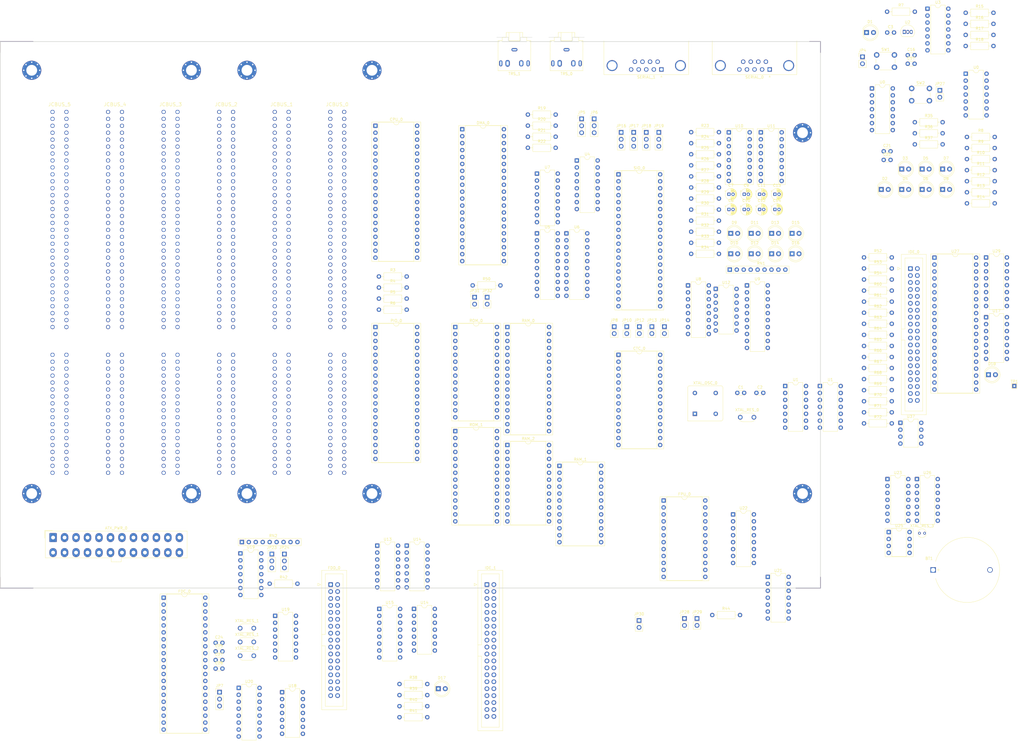
<source format=kicad_pcb>
(kicad_pcb (version 20241229) (generator "pcbnew") (generator_version "9.0")
  (title_block (title "Carbon Z80 Model 150") (date "2025-08-10") (rev "1") (company "Jules Carboni") (comment 1 "Decimal ATX Motherboard (dATX)") (comment 2 "dATX:   300×200 mm") (comment 3 "ISO A4: 297×210 mm"))
  (layers (0 "F.Cu" signal) (2 "B.Cu" signal) (13 "F.Paste" user) (15 "B.Paste" user) (5 "F.SilkS" user "F.Silkscreen") (7 "B.SilkS" user "B.Silkscreen") (1 "F.Mask" user) (3 "B.Mask" user) (25 "Edge.Cuts" user))
  (net 0 "")
  (net 383 "Net-(JP27-B)")
  (net 385 "Net-(FDC_0-CLK2)")
  (net 386 "Net-(D17-K)")
  (net 396 "GND")
  (net 397 "+3.3V")
  (net 398 "+5V")
  (net 399 "+12V")
  (net 400 "-12V")
  (net 401 "PWR_OK")
  (net 402 "-5V")
  (net 403 "PS_ON")
  (net 404 "+5VSB")
  (net 405 "Net-(C1-Pad1)")
  (net 406 "Net-(C2-Pad2)")
  (net 407 "Net-(C2-Pad1)")
  (net 408 "Net-(R2-Pad2)")
  (net 409 "BUSAK")
  (net 410 "CLK")
  (net 411 "RESET")
  (net 412 "MREQ")
  (net 413 "RFSH")
  (net 414 "NMI")
  (net 415 "INT")
  (net 416 "IORQ")
  (net 417 "M1")
  (net 418 "WAIT")
  (net 419 "HALT")
  (net 420 "RD")
  (net 421 "WR")
  (net 422 "BUSRQ")
  (net 423 "Net-(JP4-A)")
  (net 424 "Net-(D1-K)")
  (net 425 "Net-(D2-K)")
  (net 426 "CLK2")
  (net 427 "Net-(D3-K)")
  (net 428 "Net-(D4-K)")
  (net 429 "Net-(D5-K)")
  (net 430 "Net-(D6-K)")
  (net 431 "Net-(D7-K)")
  (net 432 "Net-(D8-K)")
  (net 433 "SEL_RAM")
  (net 434 "Net-(JP5-B)")
  (net 435 "Net-(JP5-A)")
  (net 436 "Net-(JP6-B)")
  (net 437 "SEL_ROM")
  (net 438 "Net-(JP6-A)")
  (net 442 "Net-(R7-Pad2)")
  (net 443 "Net-(R16-Pad2)")
  (net 444 "Net-(R17-Pad2)")
  (net 445 "MA15")
  (net 464 "MA16")
  (net 467 "MA18")
  (net 469 "MA17")
  (net 537 "Net-(C1-Pad2)")
  (net 538 "SEL_CTC")
  (net 539 "IE_1")
  (net 540 "Net-(CTC_0-CS0)")
  (net 541 "IE_0")
  (net 542 "Net-(D9-K)")
  (net 543 "Net-(D9-A)")
  (net 544 "Net-(D10-A)")
  (net 545 "Net-(D10-K)")
  (net 546 "Net-(D11-K)")
  (net 547 "Net-(D11-A)")
  (net 548 "Net-(D12-A)")
  (net 549 "Net-(D12-K)")
  (net 550 "Net-(D13-A)")
  (net 551 "Net-(D13-K)")
  (net 552 "Net-(D14-K)")
  (net 553 "Net-(D14-A)")
  (net 554 "Net-(D15-K)")
  (net 555 "Net-(D15-A)")
  (net 556 "Net-(D16-A)")
  (net 557 "Net-(D16-K)")
  (net 558 "IE_2")
  (net 559 "IE_3")
  (net 560 "CLK_768")
  (net 561 "Net-(SIO_0-C{slash}~{D})")
  (net 563 "Net-(CTC_0-ZC{slash}TO0)")
  (net 564 "Net-(CTC_0-CLK{slash}TRG0)")
  (net 565 "Net-(JP10-B)")
  (net 566 "Net-(CTC_0-CLK{slash}TRG3)")
  (net 567 "Net-(U10-C1+)")
  (net 568 "Net-(U10-C1-)")
  (net 569 "Net-(U10-C2-)")
  (net 570 "Net-(U10-C2+)")
  (net 571 "Net-(U10-VS+)")
  (net 572 "Net-(U10-VS-)")
  (net 573 "Net-(U11-C1-)")
  (net 574 "Net-(U11-C1+)")
  (net 575 "Net-(U11-C2+)")
  (net 576 "Net-(U11-C2-)")
  (net 577 "Net-(U11-VS+)")
  (net 578 "Net-(U11-VS-)")
  (net 579 "Net-(SIO_0-~{RTSB})")
  (net 580 "Net-(U11-T2I)")
  (net 581 "Net-(U11-R2O)")
  (net 582 "Net-(SIO_0-~{CTSB})")
  (net 583 "Net-(U10-T2I)")
  (net 584 "Net-(U10-R2O)")
  (net 585 "Net-(U11-R1O)")
  (net 586 "RXB")
  (net 587 "TXB")
  (net 588 "Net-(U11-T1I)")
  (net 589 "RXA")
  (net 590 "Net-(U10-R1O)")
  (net 591 "Net-(U10-T1I)")
  (net 592 "TXA")
  (net 593 "Net-(U10-R1I)")
  (net 594 "Net-(U10-T1O)")
  (net 595 "Net-(U10-T2O)")
  (net 596 "Net-(U10-R2I)")
  (net 597 "Net-(U11-R1I)")
  (net 598 "Net-(U11-T2O)")
  (net 599 "Net-(U11-T1O)")
  (net 600 "Net-(U11-R2I)")
  (net 601 "Net-(FDC_0-CLK1)")
  (net 602 "Net-(C17-Pad2)")
  (net 603 "TX")
  (net 604 "RX")
  (net 605 "RTSA")
  (net 606 "TX2")
  (net 607 "CTSA")
  (net 608 "RX2")
  (net 609 "IRQ2")
  (net 610 "IRQ7")
  (net 611 "IRQ1")
  (net 612 "IRQ5")
  (net 614 "IRQ4")
  (net 615 "IRQ3")
  (net 616 "SEL_PIO")
  (net 617 "IRQ_FPU")
  (net 618 "IRQ6")
  (net 619 "IRQ_IDE")
  (net 620 "IRQ0")
  (net 621 "Net-(PIO_0-~{M1})")
  (net 622 "IRQ_FDC")
  (net 623 "Net-(R35-Pad2)")
  (net 624 "RD_FPU")
  (net 627 "Net-(IDE_0-Pin_37)")
  (net 640 "Net-(IDE_0-Pin_39)")
  (net 642 "IDER")
  (net 645 "IDEW")
  (net 647 "Net-(IDE_0-Pin_29)")
  (net 649 "Net-(IDE_0-Pin_38)")
  (net 650 "Net-(FPU_0-CLK)")
  (net 651 "WR_FPU")
  (net 652 "Net-(JP27-A)")
  (net 653 "Net-(JP25-A)")
  (net 656 "Net-(U1-Pad10)")
  (net 657 "Net-(JP2-A)")
  (net 658 "Net-(U9-Cp)")
  (net 662 "Net-(U4B-A0)")
  (net 663 "ADDRESS")
  (net 664 "Net-(U4A-A0)")
  (net 669 "Net-(D18-K)")
  (net 670 "Net-(IDE_0-Pin_36)")
  (net 673 "Net-(IDE_0-Pin_23)")
  (net 684 "Net-(U8-~{E1})")
  (net 685 "Net-(U12-Pad3)")
  (net 686 "Net-(U13A-~{R})")
  (net 687 "Net-(U13A-Q)")
  (net 690 "Net-(U13B-Q)")
  (net 692 "Net-(U14-Pad3)")
  (net 701 "Net-(IDE_0-Pin_25)")
  (net 702 "Net-(IDE_0-Pin_35)")
  (net 703 "Net-(IDE_0-Pin_1)")
  (net 704 "Net-(IDE_0-Pin_21)")
  (net 705 "Net-(IDE_0-Pin_33)")
  (net 709 "Net-(U12-Pad10)")
  (net 710 "SEL_FDC")
  (net 711 "SEL_FPU")
  (net 712 "Net-(C21-Pad1)")
  (net 713 "Net-(C22-Pad2)")
  (net 714 "Net-(C22-Pad1)")
  (net 715 "Net-(C24-Pad1)")
  (net 716 "Net-(C25-Pad1)")
  (net 717 "Net-(C25-Pad2)")
  (net 718 "Net-(C27-Pad1)")
  (net 719 "Net-(C28-Pad2)")
  (net 720 "Net-(C28-Pad1)")
  (net 725 "CLK_FDC96")
  (net 731 "Net-(JP29-B)")
  (net 733 "Net-(JP30-B)")
  (net 734 "Net-(FPU_0-RESET)")
  (net 735 "Net-(FPU_0-~{EACK})")
  (net 736 "Net-(R46-Pad2)")
  (net 737 "Net-(R48-Pad2)")
  (net 738 "Net-(R43-Pad2)")
  (net 739 "Net-(FDC_0-~{STEP})")
  (net 740 "Net-(FDC_0-~{DS4}~{MO2})")
  (net 741 "Net-(FDC_0-~{WE})")
  (net 742 "Net-(FDC_0-~{DS3}~{MO1})")
  (net 743 "Net-(FDC_0-~{DS1})")
  (net 744 "Net-(FDC_0-~{WD})")
  (net 745 "Net-(FDC_0-RST)")
  (net 746 "Net-(FDC_0-~{HS})")
  (net 747 "Net-(FDC_0-~{TR00})")
  (net 748 "Net-(FDC_0-~{DS2})")
  (net 749 "Net-(FDC_0-WP)")
  (net 750 "Net-(FDC_0-~{RDD})")
  (net 751 "Net-(FDC_0-~{DIRC})")
  (net 752 "Net-(FDC_0-~{RPM}~{RWC})")
  (net 753 "Net-(JP7-A)")
  (net 754 "Net-(FDC_0-~{DACK})")
  (net 755 "Net-(FDC_0-~{LDCR})")
  (net 756 "Net-(FDC_0-~{LDOR})")
  (net 757 "Net-(FDC_0-TC)")
  (net 758 "Net-(FDC_0-~{CS})")
  (net 759 "Net-(FDD_0-Pin_6)")
  (net 760 "Net-(FDD_0-Pin_3)")
  (net 761 "Net-(JP23-A)")
  (net 762 "Net-(JP23-B)")
  (net 763 "Net-(JP24-A)")
  (net 768 "Net-(U5-P=R)")
  (net 776 "Net-(U6-Q4)")
  (net 781 "Net-(U6-Q1)")
  (net 783 "Net-(U6-Q3)")
  (net 785 "Net-(U6-Q2)")
  (net 787 "Net-(U20-~{Y7})")
  (net 788 "DATA")
  (net 789 "Net-(U20-~{Y1})")
  (net 796 "Net-(U21B-D)")
  (net 797 "Net-(U21A-D)")
  (net 810 "DREQ2")
  (net 812 "BUSREQ")
  (net 813 "DREQ3")
  (net 814 "BUSACK")
  (net 815 "DACK0")
  (net 816 "Net-(IDE_1-Pin_34)")
  (net 817 "DACK2")
  (net 818 "RESET2")
  (net 819 "DACK1")
  (net 820 "DREQ0")
  (net 822 "Net-(IDE_1-Pin_37)")
  (net 823 "DACK3")
  (net 824 "DREQ1")
  (net 825 "SEL_RTC")
  (net 827 "Net-(U24-Cp)")
  (net 828 "Net-(U25-I{slash}O)")
  (net 829 "Net-(BT1-+)")
  (net 830 "Net-(U24-Q3)")
  (net 831 "Net-(U25-X2)")
  (net 832 "Net-(U24-Q2)")
  (net 833 "Net-(U25-X1)")
  (net 834 "Net-(U24-Q4)")
  (net 836 "Net-(U24-Q5)")
  (net 839 "SEL_DMA")
  (net 840 "RDY")
  (net 841 "RDYA")
  (net 842 "RDYB")
  (net 843 "Net-(RAM_2-~{CS})")
  (net 844 "Net-(RAM_1-~{CS})")
  (net 864 "Net-(U1-Pad12)")
  (net 865 "Net-(U1-Pad13)")
  (net 880 "Net-(IDE_1-Pin_39)")
  (net 883 "Net-(IDE_1-Pin_23)")
  (net 886 "Net-(IDE_1-Pin_25)")
  (net 888 "Net-(IDE_1-Pin_29)")
  (net 890 "Net-(IDE_1-Pin_38)")
  (net 915 "TCB")
  (net 916 "Net-(JP35-B)")
  (net 917 "Net-(JP36-B)")
  (net 918 "Net-(U34B-~{Q})")
  (net 919 "Net-(R63-Pad1)")
  (net 920 "Net-(U37-DIS)")
  (net 921 "Net-(R65-Pad1)")
  (net 922 "Net-(C34-Pad2)")
  (net 923 "Net-(R66-Pad2)")
  (net 924 "Net-(R67-Pad1)")
  (net 925 "TAPE_IN_RAW")
  (net 926 "Net-(C35-Pad1)")
  (net 927 "Net-(U43-R2)")
  (net 928 "Net-(U43-R1)")
  (net 929 "Net-(U43-PC2)")
  (net 930 "Net-(U43-VCOin)")
  (net 931 "RCB")
  (net 932 "SEL_SIO")
  (net 935 "Net-(C34-Pad1)")
  (net 936 "Net-(JP35-A)")
  (net 940 "Net-(JP2-B)")
  (net 942 "SEL_LIO")
  (net 943 "Net-(U29-~{E1})")
  (net 944 "Net-(U15-Pad1)")
  (net 945 "Net-(U23-Pad3)")
  (net 946 "TAPE_IN")
  (net 950 "Net-(U27-PC3)")
  (net 951 "Net-(U27-PC4)")
  (net 955 "Net-(U27-PC5)")
  (net 958 "Net-(U27-PA7)")
  (net 963 "Net-(U27-PC6)")
  (net 970 "Net-(U27-PC7)")
  (net 975 "SEL_IDE")
  (net 980 "Net-(U27-RESET)")
  (net 981 "SEL_MMU")
  (net 983 "SEL_BANK")
  (net 988 "Net-(U37-THR)")
  (net 989 "Net-(JP38-B)")
  (net 990 "Net-(U37-CV)")
  (net 991 "Net-(U12-Pad8)")
  (net 992 "Net-(U12-Pad11)")
  (net 993 "Net-(U12-Pad13)")
  (footprint "Package_DIP:DIP-28_W15.24mm_Socket" (layer "F.Cu") (at 198.12 177.8)
    (property "Reference" "ROM_1")
    (property "Value" "W27C512")
  )
  (footprint "Package_DIP:DIP-40_W15.24mm_Socket" (layer "F.Cu") (at 91.44 238.76)
    (property "Reference" "FDC_0")
    (property "Value" "GM82C765B")
  )
  (footprint "Resistor_THT:R_Axial_DIN0207_L6.3mm_D2.5mm_P10.16mm_Horizontal" (layer "F.Cu") (at 284.39 100.76)
    (property "Reference" "R31")
    (property "Value" "2K2")
  )
  (footprint "Capacitor_THT:CP_Radial_D4.0mm_P1.50mm" (layer "F.Cu") (at 315.019204 96.65)
    (property "Reference" "C14")
    (property "Value" "1uF")
  )
  (footprint "Resistor_THT:R_Axial_DIN0207_L6.3mm_D2.5mm_P10.16mm_Horizontal" (layer "F.Cu") (at 385.26 82.275)
    (property "Reference" "R11")
    (property "Value" "R")
  )
  (footprint "Connector_PinHeader_2.54mm:PinHeader_1x02_P2.54mm_Vertical" (layer "F.Cu") (at 265.335 247.105)
    (property "Reference" "JP30")
    (property "Value" "FPU_CLKd4")
  )
  (footprint "Connector_PinHeader_2.54mm:PinHeader_1x02_P2.54mm_Vertical" (layer "F.Cu") (at 281.94 246.375)
    (property "Reference" "JP28")
    (property "Value" "FPU_CLKd1")
  )
  (footprint "Resistor_THT:R_Axial_DIN0207_L6.3mm_D2.5mm_P10.16mm_Horizontal" (layer "F.Cu") (at 177.7075 282.51)
    (property "Reference" "R41")
    (property "Value" "4K7")
  )
  (footprint "Carboni_Library:JC100_Bus_16b" (layer "F.Cu") (at 73.66 60.96)
    (property "Reference" "JCBUS_4")
    (property "Value" "JC100" (hide yes))
  )
  (footprint "Capacitor_THT:C_Disc_D3.0mm_W1.6mm_P2.50mm" (layer "F.Cu") (at 363.61 40.185)
    (property "Reference" "C16")
    (property "Value" "100nF")
  )
  (footprint "HOLE" (layer "F.Cu") (at 101.6048 45.72)
    (property "Reference" "")
    (property "Value" "")
  )
  (footprint "Package_DIP:DIP-14_W7.62mm" (layer "F.Cu") (at 392.26 136.11)
    (property "Reference" "U17")
    (property "Value" "74LS00")
  )
  (footprint "Capacitor_THT:CP_Radial_D4.0mm_P1.50mm" (layer "F.Cu") (at 298.204801 91.1)
    (property "Reference" "C7")
    (property "Value" "1uF")
  )
  (footprint "Package_DIP:DIP-8_W7.62mm_Socket" (layer "F.Cu") (at 356.65 214.74)
    (property "Reference" "U25")
    (property "Value" "DS1302+")
  )
  (footprint "Resistor_THT:R_Axial_DIN0207_L6.3mm_D2.5mm_P10.16mm_Horizontal" (layer "F.Cu") (at 347.61 158.76)
    (property "Reference" "R68")
    (property "Value" "1M")
  )
  (footprint "LED_THT:LED_D5.0mm" (layer "F.Cu") (at 393.14 157.14)
    (property "Reference" "D18")
    (property "Value" "BUSY_IDE")
  )
  (footprint "HOLE" (layer "F.Cu") (at 43.1848 200.66)
    (property "Reference" "")
    (property "Value" "")
  )
  (footprint "Resistor_THT:R_Axial_DIN0207_L6.3mm_D2.5mm_P10.16mm_Horizontal" (layer "F.Cu") (at 284.39 92.66)
    (property "Reference" "R29")
    (property "Value" "2K2")
  )
  (footprint "HOLE" (layer "F.Cu") (at 167.6448 45.72)
    (property "Reference" "")
    (property "Value" "")
  )
  (footprint "Resistor_THT:R_Axial_DIN0207_L6.3mm_D2.5mm_P10.16mm_Horizontal" (layer "F.Cu") (at 170.18 125.245)
    (property "Reference" "R4")
    (property "Value" "10K")
  )
  (footprint "Package_DIP:DIP-16_W7.62mm_Socket" (layer "F.Cu") (at 309.88 68.44)
    (property "Reference" "U11")
    (property "Value" "MAX232")
  )
  (footprint "LED_THT:LED_D5.0mm" (layer "F.Cu") (at 321.31 105.41)
    (property "Reference" "D15")
    (property "Value" "L2")
  )
  (footprint "Connector_PinHeader_2.54mm:PinHeader_1x02_P2.54mm_Vertical" (layer "F.Cu") (at 209.78 128.78)
    (property "Reference" "JP32")
    (property "Value" "DMA_RDYB")
  )
  (footprint "Package_DIP:DIP-16_W7.62mm" (layer "F.Cu") (at 283.24 124.46)
    (property "Reference" "U8")
    (property "Value" "74HCT138")
  )
  (footprint "Resistor_THT:R_Axial_DIN0207_L6.3mm_D2.5mm_P10.16mm_Horizontal" (layer "F.Cu") (at 224.67 74.09)
    (property "Reference" "R22")
    (property "Value" "100K")
  )
  (footprint "Package_DIP:DIP-40_W15.24mm_Socket" (layer "F.Cu") (at 168.91 66.04)
    (property "Reference" "CPU_0")
    (property "Value" "Z80CPU-DIP")
  )
  (footprint "Capacitor_THT:CP_Radial_D4.0mm_P1.50mm" (layer "F.Cu") (at 315.019204 91.1)
    (property "Reference" "C13")
    (property "Value" "1uF")
  )
  (footprint "HOLE" (layer "F.Cu") (at 325.1248 200.66)
    (property "Reference" "")
    (property "Value" "")
  )
  (footprint "Package_DIP:DIP-32_W15.24mm_Socket" (layer "F.Cu") (at 217.17 139.7)
    (property "Reference" "RAM_0")
    (property "Value" "AS6C4008")
  )
  (footprint "HOLE" (layer "F.Cu") (at 43.1848 45.72)
    (property "Reference" "")
    (property "Value" "")
  )
  (footprint "Connector_PinHeader_2.54mm:PinHeader_1x02_P2.54mm_Vertical" (layer "F.Cu") (at 286.53 246.375)
    (property "Reference" "JP29")
    (property "Value" "FPU_CLKd2")
  )
  (footprint "Resistor_THT:R_Axial_DIN0207_L6.3mm_D2.5mm_P10.16mm_Horizontal" (layer "F.Cu") (at 170.18 121.195)
    (property "Reference" "R3")
    (property "Value" "10K")
  )
  (footprint "Package_DIP:DIP-14_W7.62mm" (layer "F.Cu") (at 293.37 125.73)
    (property "Reference" "U12")
    (property "Value" "74LS00")
  )
  (footprint "LED_THT:LED_D5.0mm" (layer "F.Cu") (at 376.37 81.875)
    (property "Reference" "D7")
    (property "Value" "3.3V")
  )
  (footprint "Package_DIP:DIP-14_W7.62mm" (layer "F.Cu") (at 180.345 219.71)
    (property "Reference" "U14")
    (property "Value" "74LS32")
  )
  (footprint "Package_DIP:DIP-14_W7.62mm" (layer "F.Cu") (at 119.5225 222.54)
    (property "Reference" "U19")
    (property "Value" "74LS04")
  )
  (footprint "Button_Switch_THT:SW_PUSH_6mm" (layer "F.Cu") (at 352.24 40.105)
    (property "Reference" "SW1")
    (property "Value" "RESET")
  )
  (footprint "Crystal:Resonator-2Pin_W6.0mm_H3.0mm" (layer "F.Cu") (at 119.42 260.02)
    (property "Reference" "XTAL_RES_2")
    (property "Value" "XTAL FDC 9.6MHz")
  )
  (footprint "Connector_PinHeader_2.54mm:PinHeader_1x03_P2.54mm_Vertical" (layer "F.Cu") (at 258.79 68.44)
    (property "Reference" "JP16")
    (property "Value" "TX1")
  )
  (footprint "Package_DIP:DIP-14_W7.62mm" (layer "F.Cu") (at 350.52 52.365)
    (property "Reference" "U0")
    (property "Value" "74LS00")
  )
  (footprint "Package_DIP:DIP-14_W7.62mm" (layer "F.Cu") (at 169.565 219.71)
    (property "Reference" "U13")
    (property "Value" "74HCT74")
  )
  (footprint "Resistor_THT:R_Axial_DIN0207_L6.3mm_D2.5mm_P10.16mm_Horizontal" (layer "F.Cu") (at 284.39 68.36)
    (property "Reference" "R23")
    (property "Value" "2K2")
  )
  (footprint "Connector_PinHeader_2.54mm:PinHeader_1x02_P2.54mm_Vertical" (layer "F.Cu") (at 347.06 40.795)
    (property "Reference" "JP4")
    (property "Value" "RESET")
  )
  (footprint "LED_THT:LED_D5.0mm" (layer "F.Cu") (at 376.37 89.345)
    (property "Reference" "D8")
    (property "Value" "-5V")
  )
  (footprint "Package_DIP:DIP-20_W7.62mm" (layer "F.Cu") (at 227.985 105.41)
    (property "Reference" "U5")
    (property "Value" "74HCT688")
  )
  (footprint "Resistor_THT:R_Axial_DIN0207_L6.3mm_D2.5mm_P10.16mm_Horizontal" (layer "F.Cu") (at 170.18 133.345)
    (property "Reference" "R6")
    (property "Value" "10K")
  )
  (footprint "Connector_PinHeader_2.54mm:PinHeader_1x02_P2.54mm_Vertical" (layer "F.Cu") (at 270.02 139.56)
    (property "Reference" "JP13")
    (property "Value" "CLK_SIOB")
  )
  (footprint "Connector_PinHeader_2.54mm:PinHeader_1x03_P2.54mm_Vertical" (layer "F.Cu") (at 135.6025 222.78)
    (property "Reference" "JP24")
    (property "Value" "FDC_JP2")
  )
  (footprint "Carboni_Library:JC100_Bus_16b" (layer "F.Cu") (at 114.3 60.96)
    (property "Reference" "JCBUS_2")
    (property "Value" "JC100" (hide yes))
  )
  (footprint "Package_DIP:DIP-28_W15.24mm_Socket" (layer "F.Cu") (at 198.12 139.7)
    (property "Reference" "ROM_0")
    (property "Value" "W27C512")
  )
  (footprint "LED_THT:LED_D5.0mm" (layer "F.Cu") (at 298.87 112.88)
    (property "Reference" "D10")
    (property "Value" "L7")
  )
  (footprint "LED_THT:LED_D5.0mm" (layer "F.Cu") (at 313.83 112.88)
    (property "Reference" "D14")
    (property "Value" "L3")
  )
  (footprint "Capacitor_THT:C_Disc_D3.0mm_W1.6mm_P2.50mm" (layer "F.Cu") (at 354.82 78.525)
    (property "Reference" "C22")
    (property "Value" "100nF")
  )
  (footprint "Resistor_THT:R_Axial_DIN0207_L6.3mm_D2.5mm_P10.16mm_Horizontal" (layer "F.Cu") (at 356.05 24.285)
    (property "Reference" "R7")
    (property "Value" "R")
  )
  (footprint "Resistor_THT:R_Axial_DIN0207_L6.3mm_D2.5mm_P10.16mm_Horizontal" (layer "F.Cu") (at 384.805 32.78)
    (property "Reference" "R17")
    (property "Value" "100K")
  )
  (footprint "Resistor_THT:R_Axial_DIN0207_L6.3mm_D2.5mm_P10.16mm_Horizontal" (layer "F.Cu") (at 224.67 65.99)
    (property "Reference" "R20")
    (property "Value" "100K")
  )
  (footprint "LED_THT:LED_D5.0mm" (layer "F.Cu") (at 306.35 112.88)
    (property "Reference" "D12")
    (property "Value" "L5")
  )
  (footprint "Resistor_THT:R_Axial_DIN0207_L6.3mm_D2.5mm_P10.16mm_Horizontal" (layer "F.Cu") (at 347.61 170.91)
    (property "Reference" "R71")
    (property "Value" "22K")
  )
  (footprint "Connector_PinHeader_2.54mm:PinHeader_1x02_P2.54mm_Vertical" (layer "F.Cu") (at 265.43 139.56)
    (property "Reference" "JP12")
    (property "Value" "CTC_SIOA")
  )
  (footprint "Connector_Molex:Molex_Mini-Fit_Jr_5566-24A_2x12_P4.20mm_Vertical" (layer "F.Cu") (at 51 216.75)
    (property "Reference" "ATX_PWR_0")
    (property "Value" "Power Supply")
  )
  (footprint "Carboni_Library:JC100_Bus_16b" (layer "F.Cu") (at 134.62 60.96)
    (property "Reference" "JCBUS_1")
    (property "Value" "JC100" (hide yes))
  )
  (footprint "Capacitor_THT:CP_Radial_D4.0mm_P1.50mm" (layer "F.Cu") (at 298.204801 96.65)
    (property "Reference" "C8")
    (property "Value" "1uF")
  )
  (footprint "Connector_PinHeader_2.54mm:PinHeader_1x03_P2.54mm_Vertical" (layer "F.Cu") (at 131.0125 222.78)
    (property "Reference" "JP23")
    (property "Value" "FDC_JP1")
  )
  (footprint "Package_DIP:DIP-40_W15.24mm_Socket" (layer "F.Cu") (at 373.38 114.3)
    (property "Reference" "U27")
    (property "Value" "82C55A")
  )
  (footprint "LED_THT:LED_D5.0mm" (layer "F.Cu") (at 348.55 31.905)
    (property "Reference" "D1")
    (property "Value" "RESET")
  )
  (footprint "LED_THT:LED_D5.0mm" (layer "F.Cu") (at 361.41 89.345)
    (property "Reference" "D4")
    (property "Value" "+5V")
  )
  (footprint "Resistor_THT:R_Axial_DIN0207_L6.3mm_D2.5mm_P10.16mm_Horizontal" (layer "F.Cu") (at 284.39 72.41)
    (property "Reference" "R24")
    (property "Value" "2K2")
  )
  (footprint "Package_DIP:DIP-16_W7.62mm" (layer "F.Cu") (at 118.8975 271.78)
    (property "Reference" "U20")
    (property "Value" "74HCT138")
  )
  (footprint "Package_DIP:DIP-14_W7.62mm" (layer "F.Cu") (at 366.97 195.34)
    (property "Reference" "U26")
    (property "Value" "74AHCT125")
  )
  (footprint "Resistor_THT:R_Axial_DIN0207_L6.3mm_D2.5mm_P10.16mm_Horizontal" (layer "F.Cu") (at 385.26 70.125)
    (property "Reference" "R8")
    (property "Value" "R")
  )
  (footprint "Resistor_THT:R_Axial_DIN0207_L6.3mm_D2.5mm_P10.16mm_Horizontal" (layer "F.Cu") (at 385.26 94.425)
    (property "Reference" "R14")
    (property "Value" "R")
  )
  (footprint "Resistor_THT:R_Axial_DIN0207_L6.3mm_D2.5mm_P10.16mm_Horizontal" (layer "F.Cu") (at 284.39 108.86)
    (property "Reference" "R33")
    (property "Value" "100K")
  )
  (footprint "Package_DIP:DIP-14_W7.62mm" (layer "F.Cu") (at 356.19 195.34)
    (property "Reference" "U23")
    (property "Value" "74LS32")
  )
  (footprint "HOLE" (layer "F.Cu") (at 121.9248 45.72)
    (property "Reference" "")
    (property "Value" "")
  )
  (footprint "LED_THT:LED_D5.0mm" (layer "F.Cu") (at 306.35 105.41)
    (property "Reference" "D11")
    (property "Value" "L6")
  )
  (footprint "HOLE" (layer "F.Cu") (at 167.6448 200.66)
    (property "Reference" "")
    (property "Value" "")
  )
  (footprint "Package_DIP:DIP-16_W7.62mm" (layer "F.Cu") (at 392.26 114.23)
    (property "Reference" "U29")
    (property "Value" "74HCT138")
  )
  (footprint "Resistor_THT:R_Axial_DIN0207_L6.3mm_D2.5mm_P10.16mm_Horizontal" (layer "F.Cu") (at 347.61 150.66)
    (property "Reference" "R66")
    (property "Value" "100K")
  )
  (footprint "Package_DIP:DIP-14_W7.62mm" (layer "F.Cu") (at 183.0175 242.86)
    (property "Reference" "U14")
    (property "Value" "74LS32")
  )
  (footprint "Capacitor_THT:C_Disc_D3.0mm_W1.6mm_P2.50mm" (layer "F.Cu") (at 356.09 31.905)
    (property "Reference" "C3")
    (property "Value" "1nF")
  )
  (footprint "Package_DIP:DIP-24_W15.24mm_Socket" (layer "F.Cu") (at 274.32 203.2)
    (property "Reference" "FPU_0")
    (property "Value" "Am9511")
  )
  (footprint "Package_DIP:DIP-14_W7.62mm" (layer "F.Cu") (at 370.83 23.175)
    (property "Reference" "U3")
    (property "Value" "74AHCT125")
  )
  (footprint "Package_DIP:DIP-16_W7.62mm" (layer "F.Cu") (at 299.72 208.28)
    (property "Reference" "U22")
    (property "Value" "74LS139")
  )
  (footprint "LED_THT:LED_D5.0mm" (layer "F.Cu") (at 298.87 105.41)
    (property "Reference" "D9")
    (property "Value" "L8")
  )
  (footprint "Resistor_THT:R_Axial_DIN0207_L6.3mm_D2.5mm_P10.16mm_Horizontal" (layer "F.Cu") (at 347.61 138.51)
    (property "Reference" "R63")
    (property "Value" "5K6")
  )
  (footprint "Connector_PinHeader_2.54mm:PinHeader_1x03_P2.54mm_Vertical" (layer "F.Cu") (at 248.92 63.5)
    (property "Reference" "JP6")
    (property "Value" "ROM_SELECT")
  )
  (footprint "Resistor_THT:R_Axial_DIN0207_L6.3mm_D2.5mm_P10.16mm_Horizontal" (layer "F.Cu") (at 347.61 126.36)
    (property "Reference" "R60")
    (property "Value" "5K6")
  )
  (footprint "Connector_Audio:Jack_3.5mm_CUI_SJ1-3525N_Horizontal" (layer "F.Cu") (at 219.75 38.18 180)
    (property "Reference" "TRS_1")
    (property "Value" "TAPE_OUT")
    (fp_line (start 2.2 4.5) (end 6.5 4.5) (stroke (width 0.12)) (layer "Edge.Cuts"))
    (fp_line (start 2.2 3.5) (end 2.2 4.5) (stroke (width 0.12)) (layer "Edge.Cuts"))
    (fp_line (start 1.8 3.1) (end -1.8 3.1) (stroke (width 0.12)) (layer "Edge.Cuts"))
    (fp_line (start -2.2 4.5) (end -6.5 4.5) (stroke (width 0.12)) (layer "Edge.Cuts"))
    (fp_line (start -2.2 3.5) (end -2.2 4.5) (stroke (width 0.12)) (layer "Edge.Cuts"))
    (fp_arc (start 1.8 3.1) (mid 2.082843 3.217157) (end 2.2 3.5) (stroke (width 0.12)) (layer "Edge.Cuts"))
    (fp_arc (start -2.2 3.5) (mid -2.082842 3.217158) (end -1.8 3.1) (stroke (width 0.12)) (layer "Edge.Cuts"))
  )
  (footprint "Package_DIP:DIP-24_W15.24mm_Socket" (layer "F.Cu") (at 217.17 182.88)
    (property "Reference" "RAM_2")
    (property "Value" "IDT6116")
  )
  (footprint "LED_THT:LED_D5.0mm" (layer "F.Cu") (at 361.41 81.875)
    (property "Reference" "D3")
    (property "Value" "CLK2")
  )
  (footprint "Resistor_THT:R_Axial_DIN0207_L6.3mm_D2.5mm_P10.16mm_Horizontal" (layer "F.Cu") (at 284.39 96.71)
    (property "Reference" "R30")
    (property "Value" "2K2")
  )
  (footprint "Connector_PinHeader_2.54mm:PinHeader_1x03_P2.54mm_Vertical" (layer "F.Cu") (at 263.38 68.44)
    (property "Reference" "JP17")
    (property "Value" "RX1")
  )
  (footprint "LED_THT:LED_D5.0mm" (layer "F.Cu") (at 313.83 105.41)
    (property "Reference" "D13")
    (property "Value" "L4")
  )
  (footprint "Capacitor_THT:CP_Radial_D4.0mm_P1.50mm" (layer "F.Cu") (at 303.809602 96.65)
    (property "Reference" "C10")
    (property "Value" "1uF")
  )
  (footprint "Resistor_THT:R_Axial_DIN0207_L6.3mm_D2.5mm_P10.16mm_Horizontal" (layer "F.Cu") (at 384.805 36.83)
    (property "Reference" "R18")
    (property "Value" "4K7")
  )
  (footprint "Carboni_Library:JC100_Bus_16b" (layer "F.Cu") (at 53.34 60.96)
    (property "Reference" "JCBUS_5")
    (property "Value" "JC100" (hide yes))
  )
  (footprint "Package_DIP:DIP-8_W7.62mm" (layer "F.Cu") (at 360.93 174.74)
    (property "Reference" "U37")
    (property "Value" "LM555xN")
  )
  (footprint "Resistor_THT:R_Axial_DIN0207_L6.3mm_D2.5mm_P10.16mm_Horizontal" (layer "F.Cu") (at 366.21 72.835)
    (property "Reference" "R37")
    (property "Value" "10K")
  )
  (footprint "Resistor_THT:R_Axial_DIN0207_L6.3mm_D2.5mm_P10.16mm_Horizontal" (layer "F.Cu") (at 347.61 134.46)
    (property "Reference" "R62")
    (property "Value" "56K")
  )
  (footprint "HOLE" (layer "F.Cu") (at 121.9248 200.66)
    (property "Reference" "")
    (property "Value" "")
  )
  (footprint "Resistor_THT:R_Axial_DIN0207_L6.3mm_D2.5mm_P10.16mm_Horizontal" (layer "F.Cu") (at 347.61 154.71)
    (property "Reference" "R67")
    (property "Value" "100K")
  )
  (footprint "Carboni_Library:JC100_Bus_16b" (layer "F.Cu") (at 93.98 60.96)
    (property "Reference" "JCBUS_3")
    (property "Value" "JC100" (hide yes))
  )
  (footprint "Package_TO_SOT_THT:TO-92L_Inline" (layer "F.Cu") (at 362.35 31.685)
    (property "Reference" "U2")
    (property "Value" "DS1233")
  )
  (footprint "Resistor_THT:R_Axial_DIN0207_L6.3mm_D2.5mm_P10.16mm_Horizontal" (layer "F.Cu") (at 347.61 118.26)
    (property "Reference" "R53")
    (property "Value" "330R")
  )
  (footprint "Resistor_THT:R_Axial_DIN0207_L6.3mm_D2.5mm_P10.16mm_Horizontal" (layer "F.Cu") (at 384.805 28.73)
    (property "Reference" "R16")
    (property "Value" "10K")
  )
  (footprint "Connector_IDC:IDC-Header_2x17_P2.54mm_Vertical" (layer "F.Cu") (at 152.5375 233.97)
    (property "Reference" "FDD_0")
    (property "Value" "Floppy_IBM")
  )
  (footprint "Resistor_THT:R_Axial_DIN0207_L6.3mm_D2.5mm_P10.16mm_Horizontal" (layer "F.Cu") (at 347.61 130.41)
    (property "Reference" "R61")
    (property "Value" "560R")
  )
  (footprint "Package_DIP:DIP-28_W15.24mm_Socket" (layer "F.Cu") (at 257.81 149.86)
    (property "Reference" "CTC_0")
    (property "Value" "CTC-DIP-28")
  )
  (footprint "Capacitor_THT:C_Disc_D3.0mm_W1.6mm_P2.50mm" (layer "F.Cu") (at 363.61 43.335)
    (property "Reference" "C17")
    (property "Value" "100nF")
  )
  (footprint "Connector_IDC:IDC-Header_2x20_P2.54mm_Vertical" (layer "F.Cu") (at 209.6875 233.97)
    (property "Reference" "IDE_1")
    (property "Value" "CompactFlash")
  )
  (footprint "Resistor_THT:R_Axial_DIN0207_L6.3mm_D2.5mm_P10.16mm_Horizontal" (layer "F.Cu") (at 177.7075 270.36)
    (property "Reference" "R38")
    (property "Value" "4K7")
  )
  (footprint "LED_THT:LED_D5.0mm" (layer "F.Cu") (at 368.89 89.345)
    (property "Reference" "D6")
    (property "Value" "-12V")
  )
  (footprint "Package_DIP:DIP-14_W7.62mm" (layer "F.Cu") (at 132.2175 245.4)
    (property "Reference" "U19")
    (property "Value" "74LS04")
  )
  (footprint "Package_DIP:DIP-14_W7.62mm" (layer "F.Cu") (at 318.775 161.29)
    (property "Reference" "U1")
    (property "Value" "74LS04")
  )
  (footprint "Resistor_THT:R_Axial_DIN0207_L6.3mm_D2.5mm_P10.16mm_Horizontal" (layer "F.Cu") (at 177.7075 274.41)
    (property "Reference" "R39")
    (property "Value" "4K7")
  )
  (footprint "LED_THT:LED_D5.0mm" (layer "F.Cu") (at 353.93 89.345)
    (property "Reference" "D2")
    (property "Value" "CLK")
  )
  (footprint "Connector_PinHeader_2.54mm:PinHeader_1x02_P2.54mm_Vertical" (layer "F.Cu") (at 375.355 53.05)
    (property "Reference" "JP27")
    (property "Value" "POWER")
  )
  (footprint "Oscillator:Oscillator_DIP-8" (layer "F.Cu") (at 285.76 171.455)
    (property "Reference" "XTAL_OSC_0")
    (property "Value" "Crystal Oscillator")
  )
  (footprint "Resistor_THT:R_Axial_DIN0207_L6.3mm_D2.5mm_P10.16mm_Horizontal" (layer "F.Cu") (at 292.1 245.11)
    (property "Reference" "R44")
    (property "Value" "10K")
  )
  (footprint "Resistor_THT:R_Axial_DIN0207_L6.3mm_D2.5mm_P10.16mm_Horizontal" (layer "F.Cu") (at 385.26 90.375)
    (property "Reference" "R13")
    (property "Value" "R")
  )
  (footprint "Capacitor_THT:C_Disc_D3.0mm_W1.6mm_P2.50mm" (layer "F.Cu") (at 308.27 163.785)
    (property "Reference" "C2")
    (property "Value" "100nF")
  )
  (footprint "HOLE" (layer "F.Cu") (at 101.6048 200.66)
    (property "Reference" "")
    (property "Value" "")
  )
  (footprint "Resistor_THT:R_Axial_DIN0207_L6.3mm_D2.5mm_P10.16mm_Horizontal" (layer "F.Cu") (at 284.39 88.61)
    (property "Reference" "R28")
    (property "Value" "100K")
  )
  (footprint "Package_DIP:DIP-14_W7.62mm" (layer "F.Cu") (at 331.475 161.29)
    (property "Reference" "U1")
    (property "Value" "74LS04")
  )
  (footprint "Connector_PinHeader_2.54mm:PinHeader_1x03_P2.54mm_Vertical" (layer "F.Cu") (at 272.56 68.44)
    (property "Reference" "JP19")
    (property "Value" "RX2")
  )
  (footprint "Connector_PinHeader_2.54mm:PinHeader_1x02_P2.54mm_Vertical" (layer "F.Cu") (at 260.84 139.56)
    (property "Reference" "JP10")
    (property "Value" "CLK_SIOA")
  )
  (footprint "Resistor_THT:R_Axial_DIN0207_L6.3mm_D2.5mm_P10.16mm_Horizontal" (layer "F.Cu") (at 224.67 70.04)
    (property "Reference" "R21")
    (property "Value" "100K")
  )
  (footprint "Capacitor_THT:C_Disc_D3.0mm_W1.6mm_P2.50mm" (layer "F.Cu") (at 110.4475 264.72)
    (property "Reference" "C28")
    (property "Value" "100nF")
  )
  (footprint "HOLE" (layer "F.Cu") (at 325.1248 68.58)
    (property "Reference" "")
    (property "Value" "")
  )
  (footprint "Connector_PinHeader_2.54mm:PinHeader_1x02_P2.54mm_Vertical" (layer "F.Cu") (at 274.61 139.56)
    (property "Reference" "JP14")
    (property "Value" "CLK2_SIOB")
  )
  (footprint "Package_DIP:DIP-16_W7.62mm" (layer "F.Cu") (at 170.3175 242.86)
    (property "Reference" "U15")
    (property "Value" "74HCT138")
  )
  (footprint "TestPoint:TestPoint_THTPad_1.5x1.5mm_Drill0.7mm" (layer "F.Cu") (at 402.59 161.29)
    (property "Reference" "TP1")
    (property "Value" "TestPoint")
  )
  (footprint "Resistor_THT:R_Axial_DIN0207_L6.3mm_D2.5mm_P10.16mm_Horizontal" (layer "F.Cu") (at 347.61 114.21)
    (property "Reference" "R52")
    (property "Value" "10K")
  )
  (footprint "Connector_Dsub:DSUB-9_Pins_Horizontal_P2.77x2.84mm_EdgePinOffset7.70mm_Housed_MountingHolesOffset9.12mm" (layer "F.Cu") (at 313.11 45.425331 180)
    (property "Reference" "SERIAL_0")
    (property "Value" "DE9_Pins")
  )
  (footprint "Package_DIP:DIP-20_W7.62mm" (layer "F.Cu") (at 238.765 105.41)
    (property "Reference" "U6")
    (property "Value" "74HCT273")
  )
  (footprint "Resistor_THT:R_Axial_DIN0207_L6.3mm_D2.5mm_P10.16mm_Horizontal" (layer "F.Cu") (at 224.67 61.94)
    (property "Reference" "R19")
    (property "Value" "100K")
  )
  (footprint "Connector_IDC:IDC-Header_2x20_P2.54mm_Vertical" (layer "F.Cu") (at 364.585 118.31)
    (property "Reference" "IDE_0")
    (property "Value" "IDE_Full")
  )
  (footprint "Resistor_THT:R_Axial_DIN0207_L6.3mm_D2.5mm_P10.16mm_Horizontal" (layer "F.Cu") (at 170.18 129.295)
    (property "Reference" "R5")
    (property "Value" "10K")
  )
  (footprint "Package_DIP:DIP-14_W7.62mm" (layer "F.Cu") (at 312.425 231.145)
    (property "Reference" "U21")
    (property "Value" "74LS74")
  )
  (footprint "Resistor_THT:R_Axial_DIN0207_L6.3mm_D2.5mm_P10.16mm_Horizontal" (layer "F.Cu") (at 347.61 142.56)
    (property "Reference" "R64")
    (property "Value" "2K2")
  )
  (footprint "Resistor_THT:R_Axial_DIN0207_L6.3mm_D2.5mm_P10.16mm_Horizontal" (layer "F.Cu") (at 284.39 76.46)
    (property "Reference" "R25")
    (property "Value" "2K2")
  )
  (footprint "Battery:BatteryHolder_MYOUNG_BS-07-A1BJ001_CR2032" (layer "F.Cu") (at 372.9 228.6)
    (property "Reference" "BT1")
    (property "Value" "BATT_RTC")
  )
  (footprint "Crystal:Crystal_Round_D3.0mm_Vertical" (layer "F.Cu") (at 367.89 215.16)
    (property "Reference" "XTAL_RES_3")
    (property "Value" "XTAL RTC 32KHz")
  )
  (footprint "Package_DIP:DIP-24_W15.24mm_Socket" (layer "F.Cu") (at 236.22 190.5)
    (property "Reference" "RAM_1")
    (property "Value" "IDT6116")
  )
  (footprint "Crystal:Resonator-2Pin_W6.0mm_H3.0mm" (layer "F.Cu") (at 119.42 254.97)
    (property "Reference" "XTAL_RES_1")
    (property "Value" "XTAL FDC 16MHz")
  )
  (footprint "Package_DIP:DIP-14_W7.62mm" (layer "F.Cu") (at 384.81 46.99)
    (property "Reference" "U0")
    (property "Value" "74LS00")
  )
  (footprint "Connector_PinHeader_2.54mm:PinHeader_1x03_P2.54mm_Vertical" (layer "F.Cu") (at 111.8975 273.34)
    (property "Reference" "JP7")
    (property "Value" "ROM_WRITE")
  )
  (footprint "Package_DIP:DIP-16_W7.62mm" (layer "F.Cu") (at 242.57 78.74)
    (property "Reference" "U4")
    (property "Value" "74HCT139")
  )
  (footprint "Resistor_THT:R_Axial_DIN0207_L6.3mm_D2.5mm_P10.16mm_Horizontal" (layer "F.Cu") (at 204.47 124.46)
    (property "Reference" "R50")
    (property "Value" "100K")
  )
  (footprint "Carboni_Library:JC100_Bus_16b" (layer "F.Cu") (at 154.94 60.96)
    (property "Reference" "JCBUS_0")
    (property "Value" "JC100" (hide yes))
  )
  (footprint "Resistor_THT:R_Axial_DIN0207_L6.3mm_D2.5mm_P10.16mm_Horizontal" (layer "F.Cu") (at 347.61 162.81)
    (property "Reference" "R69")
    (property "Value" "100K")
  )
  (footprint "Package_DIP:DIP-40_W15.24mm_Socket" (layer "F.Cu") (at 168.91 139.7)
    (property "Reference" "PIO_0")
    (property "Value" "PIO-DIP-40")
  )
  (footprint "Connector_Audio:Jack_3.5mm_CUI_SJ1-3525N_Horizontal" (layer "F.Cu") (at 238.8 38.18 180)
    (property "Reference" "TRS_0")
    (property "Value" "TAPE_IN")
    (fp_line (start 2.2 4.5) (end 6.5 4.5) (stroke (width 0.12)) (layer "Edge.Cuts"))
    (fp_line (start 2.2 3.5) (end 2.2 4.5) (stroke (width 0.12)) (layer "Edge.Cuts"))
    (fp_line (start 1.8 3.1) (end -1.8 3.1) (stroke (width 0.12)) (layer "Edge.Cuts"))
    (fp_line (start -2.2 4.5) (end -6.5 4.5) (stroke (width 0.12)) (layer "Edge.Cuts"))
    (fp_line (start -2.2 3.5) (end -2.2 4.5) (stroke (width 0.12)) (layer "Edge.Cuts"))
    (fp_arc (start 1.8 3.1) (mid 2.082843 3.217157) (end 2.2 3.5) (stroke (width 0.12)) (layer "Edge.Cuts"))
    (fp_arc (start -2.2 3.5) (mid -2.082842 3.217158) (end -1.8 3.1) (stroke (width 0.12)) (layer "Edge.Cuts"))
  )
  (footprint "Package_DIP:DIP-40_W15.24mm_Socket" (layer "F.Cu") (at 200.66 67.305)
    (property "Reference" "DMA_0")
    (property "Value" "DMA-DIP-40")
  )
  (footprint "Capacitor_THT:C_Disc_D3.0mm_W1.6mm_P2.50mm" (layer "F.Cu") (at 110.4475 255.27)
    (property "Reference" "C24")
    (property "Value" "120pF")
  )
  (footprint "Resistor_THT:R_Axial_DIN0207_L6.3mm_D2.5mm_P10.16mm_Horizontal" (layer "F.Cu") (at 284.39 112.91)
    (property "Reference" "R34")
    (property "Value" "100K")
  )
  (footprint "Resistor_THT:R_Axial_DIN0207_L6.3mm_D2.5mm_P10.16mm_Horizontal" (layer "F.Cu") (at 177.7075 278.46)
    (property "Reference" "R40")
    (property "Value" "4K7")
  )
  (footprint "Package_DIP:DIP-16_W7.62mm_Socket" (layer "F.Cu") (at 298.17 68.44)
    (property "Reference" "U10")
    (property "Value" "MAX232")
  )
  (footprint "Package_DIP:DIP-14_W7.62mm" (layer "F.Cu") (at 134.7575 273.34)
    (property "Reference" "U18")
    (property "Value" "74AHCT125")
  )
  (footprint "LED_THT:LED_D5.0mm" (layer "F.Cu") (at 321.31 112.88)
    (property "Reference" "D16")
    (property "Value" "L1")
  )
  (footprint "Resistor_THT:R_Axial_DIN0207_L6.3mm_D2.5mm_P10.16mm_Horizontal" (layer "F.Cu") (at 284.39 84.56)
    (property "Reference" "R27")
    (property "Value" "100K")
  )
  (footprint "Connector_Dsub:DSUB-9_Pins_Horizontal_P2.77x2.84mm_EdgePinOffset7.70mm_Housed_MountingHolesOffset9.12mm" (layer "F.Cu") (at 273.51 45.425331 180)
    (property "Reference" "SERIAL_1")
    (property "Value" "DE9_Pins")
  )
  (footprint "Resistor_THT:R_Axial_DIN0207_L6.3mm_D2.5mm_P10.16mm_Horizontal" (layer "F.Cu") (at 385.26 86.325)
    (property "Reference" "R12")
    (property "Value" "R")
  )
  (footprint "Connector_PinHeader_2.54mm:PinHeader_1x02_P2.54mm_Vertical" (layer "F.Cu") (at 205.19 128.78)
    (property "Reference" "JP31")
    (property "Value" "DMA_RDYA")
  )
  (footprint "Capacitor_THT:C_Disc_D3.0mm_W1.6mm_P2.50mm" (layer "F.Cu") (at 354.82 75.375)
    (property "Reference" "C21")
    (property "Value" "120pF")
  )
  (footprint "Capacitor_THT:CP_Radial_D4.0mm_P1.50mm" (layer "F.Cu") (at 309.414403 96.65)
    (property "Reference" "C12")
    (property "Value" "1uF")
  )
  (footprint "Resistor_THT:R_Array_SIP9" (layer "F.Cu") (at 298.53 118.7)
    (property "Reference" "RN1")
    (property "Value" "1K")
  )
  (footprint "Connector_PinHeader_2.54mm:PinHeader_1x03_P2.54mm_Vertical" (layer "F.Cu") (at 244.33 63.5)
    (property "Reference" "JP5")
    (property "Value" "RAM_SELECT")
  )
  (footprint "Capacitor_THT:C_Disc_D3.0mm_W1.6mm_P2.50mm" (layer "F.Cu") (at 301.27 163.785)
    (property "Reference" "C1")
    (property "Value" "120pF")
  )
  (footprint "Resistor_THT:R_Axial_DIN0207_L6.3mm_D2.5mm_P10.16mm_Horizontal" (layer "F.Cu") (at 130.2225 233.64)
    (property "Reference" "R42")
    (property "Value" "1K")
  )
  (footprint "Resistor_THT:R_Axial_DIN0207_L6.3mm_D2.5mm_P10.16mm_Horizontal" (layer "F.Cu") (at 385.26 78.225)
    (property "Reference" "R10")
    (property "Value" "R")
  )
  (footprint "Package_DIP:DIP-20_W7.62mm" (layer "F.Cu") (at 304.8 124.46)
    (property "Reference" "U9")
    (property "Value" "74HCT273")
  )
  (footprint "Capacitor_THT:CP_Radial_D4.0mm_P1.50mm" (layer "F.Cu") (at 303.809602 91.1)
    (property "Reference" "C9")
    (property "Value" "1uF")
  )
  (footprint "Resistor_THT:R_Axial_DIN0207_L6.3mm_D2.5mm_P10.16mm_Horizontal" (layer "F.Cu") (at 284.39 80.51)
    (property "Reference" "R26")
    (property "Value" "2K2")
  )
  (footprint "LED_THT:LED_D5.0mm" (layer "F.Cu") (at 191.9075 272.07)
    (property "Reference" "D17")
    (property "Value" "BUSY_CF")
  )
  (footprint "Resistor_THT:R_Axial_DIN0207_L6.3mm_D2.5mm_P10.16mm_Horizontal" (layer "F.Cu") (at 284.39 104.81)
    (property "Reference" "R32")
    (property "Value" "2K2")
  )
  (footprint "Resistor_THT:R_Axial_DIN0207_L6.3mm_D2.5mm_P10.16mm_Horizontal" (layer "F.Cu") (at 366.21 68.785)
    (property "Reference" "R36")
    (property "Value" "1K")
  )
  (footprint "Resistor_THT:R_Axial_DIN0207_L6.3mm_D2.5mm_P10.16mm_Horizontal" (layer "F.Cu") (at 347.61 146.61)
    (property "Reference" "R65")
    (property "Value" "20K")
  )
  (footprint "LED_THT:LED_D5.0mm" (layer "F.Cu") (at 368.89 81.875)
    (property "Reference" "D5")
    (property "Value" "+12V")
  )
  (footprint "Resistor_THT:R_Array_SIP9" (layer "F.Cu") (at 120.0625 218.4)
    (property "Reference" "RN2")
    (property "Value" "10K")
  )
  (footprint "Resistor_THT:R_Axial_DIN0207_L6.3mm_D2.5mm_P10.16mm_Horizontal" (layer "F.Cu") (at 347.61 174.96)
    (property "Reference" "R72")
    (property "Value" "390K")
  )
  (footprint "Resistor_THT:R_Axial_DIN0207_L6.3mm_D2.5mm_P10.16mm_Horizontal" (layer "F.Cu") (at 366.21 64.735)
    (property "Reference" "R35")
    (property "Value" "100K")
  )
  (footprint "Resistor_THT:R_Axial_DIN0207_L6.3mm_D2.5mm_P10.16mm_Horizontal" (layer "F.Cu") (at 347.61 166.86)
    (property "Reference" "R70")
    (property "Value" "390K")
  )
  (footprint "Package_DIP:DIP-40_W15.24mm_Socket" (layer "F.Cu") (at 257.81 83.82)
    (property "Reference" "SIO_0")
    (property "Value" "SIO2-DIP-40")
  )
  (footprint "Button_Switch_THT:SW_PUSH_6mm" (layer "F.Cu") (at 365.045 52.36)
    (property "Reference" "SW2")
    (property "Value" "POWER")
  )
  (footprint "Crystal:Resonator-2Pin_W6.0mm_H3.0mm" (layer "F.Cu") (at 119.42 249.92)
    (property "Reference" "XTAL_RES_1")
    (property "Value" "Crystal Resonator")
  )
  (footprint "Connector_PinHeader_2.54mm:PinHeader_1x03_P2.54mm_Vertical" (layer "F.Cu") (at 267.97 68.44)
    (property "Reference" "JP18")
    (property "Value" "TX2")
  )
  (footprint "Capacitor_THT:CP_Radial_D4.0mm_P1.50mm" (layer "F.Cu") (at 309.414403 91.1)
    (property "Reference" "C11")
    (property "Value" "1uF")
  )
  (footprint "Connector_PinHeader_2.54mm:PinHeader_1x02_P2.54mm_Vertical" (layer "F.Cu") (at 256.25 139.56)
    (property "Reference" "JP8")
    (property "Value" "CLK_CTC")
  )
  (footprint "Resistor_THT:R_Axial_DIN0207_L6.3mm_D2.5mm_P10.16mm_Horizontal" (layer "F.Cu") (at 385.26 74.175)
    (property "Reference" "R9")
    (property "Value" "R")
  )
  (footprint "Resistor_THT:R_Axial_DIN0207_L6.3mm_D2.5mm_P10.16mm_Horizontal" (layer "F.Cu") (at 384.805 24.68)
    (property "Reference" "R15")
    (property "Value" "4K7")
  )
  (footprint "Crystal:Resonator-2Pin_W6.0mm_H3.0mm" (layer "F.Cu") (at 302.35 172.725)
    (property "Reference" "XTAL_RES_0")
    (property "Value" "Crystal Resonator")
  )
  (footprint "Package_DIP:DIP-16_W7.62mm" (layer "F.Cu") (at 227.985 83.54)
    (property "Reference" "U7")
    (property "Value" "74HCT157")
  )
  (footprint "Capacitor_THT:C_Disc_D3.0mm_W1.6mm_P2.50mm" (layer "F.Cu") (at 110.4475 258.42)
    (property "Reference" "C25")
    (property "Value" "100nF")
  )
  (footprint "Resistor_THT:R_Axial_DIN0207_L6.3mm_D2.5mm_P10.16mm_Horizontal" (layer "F.Cu") (at 347.61 122.31)
    (property "Reference" "R54")
    (property "Value" "10K")
  )
  (footprint "Capacitor_THT:C_Disc_D3.0mm_W1.6mm_P2.50mm" (layer "F.Cu") (at 110.4475 261.57)
    (property "Reference" "C27")
    (property "Value" "120pF")
  )
  (gr_line (start 331.6848 235.22) (end 322.6848 235.22) (stroke (width 0.2)) (layer "F.Cu"))
  (gr_line (start 331.6848 231.22) (end 331.6848 235.22) (stroke (width 0.2)) (layer "F.Cu"))
  (gr_line (start 331.6848 35.22) (end 331.6848 39.22) (stroke (width 0.2)) (layer "F.Cu"))
  (gr_line (start 31.6848 35.22) (end 31.6848 39.22) (stroke (width 0.2)) (layer "F.Cu"))
  (gr_line (start 31.6848 231.22) (end 31.6848 235.22) (stroke (width 0.2)) (layer "F.Cu"))
  (gr_line (start 331.6848 35.22) (end 327.6848 35.22) (stroke (width 0.2)) (layer "F.Cu"))
  (gr_line (start 31.6848 35.22) (end 43.6848 35.22) (stroke (width 0.2)) (layer "F.Cu"))
  (gr_line (start 31.6848 235.22) (end 43.6848 235.22) (stroke (width 0.2)) (layer "F.Cu"))
  (gr_line (start 31.6848 235.22) (end 31.6848 231.22) (stroke (width 0.2)) (layer "B.Cu"))
  (gr_line (start 331.6848 35.22) (end 331.6848 39.22) (stroke (width 0.2)) (layer "B.Cu"))
  (gr_line (start 331.6848 235.22) (end 331.6848 231.22) (stroke (width 0.2)) (layer "B.Cu"))
  (gr_line (start 327.6848 35.22) (end 331.6848 35.22) (stroke (width 0.2)) (layer "B.Cu"))
  (gr_line (start 322.6848 235.22) (end 331.6848 235.22) (stroke (width 0.2)) (layer "B.Cu"))
  (gr_line (start 43.6848 235.22) (end 31.6848 235.22) (stroke (width 0.2)) (layer "B.Cu"))
  (gr_line (start 31.6848 35.22) (end 43.6848 35.22) (stroke (width 0.2)) (layer "B.Cu"))
  (gr_line (start 31.6848 39.22) (end 31.6848 35.22) (stroke (width 0.2)) (layer "B.Cu"))
  (gr_rect (start 31.6848 35.22) (end 331.6848 235.22) (stroke (width 0.2)) (fill no) (layer "Edge.Cuts"))
)
</source>
